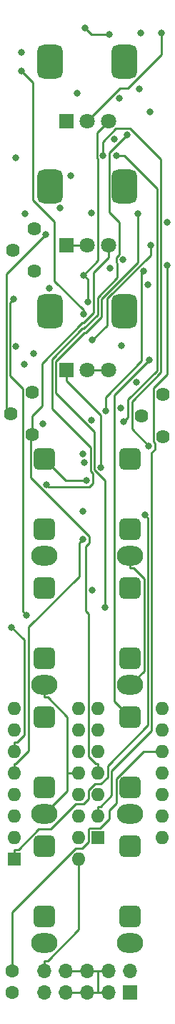
<source format=gbr>
%TF.GenerationSoftware,KiCad,Pcbnew,7.0.1*%
%TF.CreationDate,2023-06-11T21:55:06-04:00*%
%TF.ProjectId,as3340_no_mux,61733333-3430-45f6-9e6f-5f6d75782e6b,rev?*%
%TF.SameCoordinates,Original*%
%TF.FileFunction,Copper,L2,Inr*%
%TF.FilePolarity,Positive*%
%FSLAX46Y46*%
G04 Gerber Fmt 4.6, Leading zero omitted, Abs format (unit mm)*
G04 Created by KiCad (PCBNEW 7.0.1) date 2023-06-11 21:55:06*
%MOMM*%
%LPD*%
G01*
G04 APERTURE LIST*
G04 Aperture macros list*
%AMRoundRect*
0 Rectangle with rounded corners*
0 $1 Rounding radius*
0 $2 $3 $4 $5 $6 $7 $8 $9 X,Y pos of 4 corners*
0 Add a 4 corners polygon primitive as box body*
4,1,4,$2,$3,$4,$5,$6,$7,$8,$9,$2,$3,0*
0 Add four circle primitives for the rounded corners*
1,1,$1+$1,$2,$3*
1,1,$1+$1,$4,$5*
1,1,$1+$1,$6,$7*
1,1,$1+$1,$8,$9*
0 Add four rect primitives between the rounded corners*
20,1,$1+$1,$2,$3,$4,$5,0*
20,1,$1+$1,$4,$5,$6,$7,0*
20,1,$1+$1,$6,$7,$8,$9,0*
20,1,$1+$1,$8,$9,$2,$3,0*%
G04 Aperture macros list end*
%TA.AperFunction,ComponentPad*%
%ADD10R,1.800000X1.800000*%
%TD*%
%TA.AperFunction,ComponentPad*%
%ADD11C,1.800000*%
%TD*%
%TA.AperFunction,ComponentPad*%
%ADD12RoundRect,0.750000X0.750000X-1.250000X0.750000X1.250000X-0.750000X1.250000X-0.750000X-1.250000X0*%
%TD*%
%TA.AperFunction,ComponentPad*%
%ADD13C,1.620000*%
%TD*%
%TA.AperFunction,ComponentPad*%
%ADD14O,3.100000X2.300000*%
%TD*%
%TA.AperFunction,ComponentPad*%
%ADD15RoundRect,0.650000X-0.650000X-0.650000X0.650000X-0.650000X0.650000X0.650000X-0.650000X0.650000X0*%
%TD*%
%TA.AperFunction,ComponentPad*%
%ADD16C,1.600000*%
%TD*%
%TA.AperFunction,ComponentPad*%
%ADD17R,1.600000X1.600000*%
%TD*%
%TA.AperFunction,ComponentPad*%
%ADD18O,1.600000X1.600000*%
%TD*%
%TA.AperFunction,ComponentPad*%
%ADD19R,1.700000X1.700000*%
%TD*%
%TA.AperFunction,ComponentPad*%
%ADD20O,1.700000X1.700000*%
%TD*%
%TA.AperFunction,ViaPad*%
%ADD21C,0.800000*%
%TD*%
%TA.AperFunction,Conductor*%
%ADD22C,0.250000*%
%TD*%
G04 APERTURE END LIST*
D10*
%TO.N,Net-(R38-Pad1)*%
%TO.C,RV9*%
X185460000Y-73106000D03*
D11*
%TO.N,Net-(U2-VEE)*%
X187960000Y-73106000D03*
X190460000Y-73106000D03*
D12*
%TO.N,N/C*%
X183560000Y-66106000D03*
X192360000Y-66106000D03*
%TD*%
D10*
%TO.N,Net-(R4-Pad1)*%
%TO.C,RV7*%
X185460000Y-58374000D03*
D11*
X187960000Y-58374000D03*
%TO.N,+15V*%
X190460000Y-58374000D03*
D12*
%TO.N,N/C*%
X183560000Y-51374000D03*
X192360000Y-51374000D03*
%TD*%
D10*
%TO.N,Net-(U2-VHFT)*%
%TO.C,RV5*%
X185460000Y-43688000D03*
D11*
%TO.N,Net-(R17-Pad2)*%
X187960000Y-43688000D03*
%TO.N,GND*%
X190460000Y-43688000D03*
D12*
%TO.N,N/C*%
X183560000Y-36688000D03*
X192360000Y-36688000D03*
%TD*%
D13*
%TO.N,-15V*%
%TO.C,SineBiasTrim1*%
X181411000Y-75732000D03*
%TO.N,Net-(R55-Pad2)*%
X178911000Y-78232000D03*
%TO.N,+15V*%
X181411000Y-80732000D03*
%TD*%
D14*
%TO.N,GND*%
%TO.C,J15*%
X193040000Y-140716000D03*
D15*
%TO.N,Net-(J15-PadR)*%
X193040000Y-129316000D03*
%TO.N,N/C*%
X193040000Y-137616000D03*
%TD*%
%TO.N,N/C*%
%TO.C,J1*%
X182880000Y-122376000D03*
%TO.N,Net-(J25-Pin_1)*%
X182880000Y-114076000D03*
D14*
%TO.N,GND*%
X182880000Y-125476000D03*
%TD*%
%TO.N,GND*%
%TO.C,J5*%
X182880000Y-140716000D03*
D15*
%TO.N,Net-(J29-Pin_1)*%
X182880000Y-129316000D03*
%TO.N,N/C*%
X182880000Y-137616000D03*
%TD*%
D16*
%TO.N,GND*%
%TO.C,D1*%
X179070000Y-146538000D03*
%TO.N,Net-(D1-A)*%
X179070000Y-144038000D03*
%TD*%
D14*
%TO.N,GND*%
%TO.C,J2*%
X182880000Y-94996000D03*
D15*
%TO.N,Net-(J2-PadR)*%
X182880000Y-83596000D03*
%TO.N,N/C*%
X182880000Y-91896000D03*
%TD*%
D13*
%TO.N,Net-(R36-Pad1)*%
%TO.C,SineLevelTrim1*%
X196905000Y-75986000D03*
X194405000Y-78486000D03*
%TO.N,+15V*%
X196905000Y-80986000D03*
%TD*%
D14*
%TO.N,GND*%
%TO.C,J12*%
X193040000Y-94996000D03*
D15*
%TO.N,Net-(J12-PadR)*%
X193040000Y-83596000D03*
%TO.N,N/C*%
X193040000Y-91896000D03*
%TD*%
D13*
%TO.N,Net-(R64-Pad2)*%
%TO.C,SineShapeTrim1*%
X181665000Y-56428000D03*
%TO.N,Net-(R54-Pad2)*%
X179165000Y-58928000D03*
X181665000Y-61428000D03*
%TD*%
D14*
%TO.N,GND*%
%TO.C,J13*%
X193040000Y-110236000D03*
D15*
%TO.N,Net-(J13-PadR)*%
X193040000Y-98836000D03*
%TO.N,N/C*%
X193040000Y-107136000D03*
%TD*%
D14*
%TO.N,GND*%
%TO.C,J4*%
X182880000Y-110236000D03*
D15*
%TO.N,Net-(C1-Pad2)*%
X182880000Y-98836000D03*
%TO.N,N/C*%
X182880000Y-107136000D03*
%TD*%
D14*
%TO.N,GND*%
%TO.C,J14*%
X193040000Y-125476000D03*
D15*
%TO.N,Net-(J14-PadR)*%
X193040000Y-114076000D03*
%TO.N,N/C*%
X193040000Y-122376000D03*
%TD*%
D17*
%TO.N,Net-(U4A--)*%
%TO.C,U4*%
X189230000Y-128270000D03*
D18*
X189230000Y-125730000D03*
%TO.N,Net-(U4A-+)*%
X189230000Y-123190000D03*
%TO.N,+15V*%
X189230000Y-120650000D03*
%TO.N,Net-(J23-Pin_1)*%
X189230000Y-118110000D03*
%TO.N,Net-(U4B--)*%
X189230000Y-115570000D03*
%TO.N,Net-(R64-Pad2)*%
X189230000Y-113030000D03*
%TO.N,Net-(U4C--)*%
X196850000Y-113030000D03*
X196850000Y-115570000D03*
%TO.N,Net-(D1-A)*%
X196850000Y-118110000D03*
%TO.N,-15V*%
X196850000Y-120650000D03*
%TO.N,Net-(J23-Pin_5)*%
X196850000Y-123190000D03*
%TO.N,Net-(U4D--)*%
X196850000Y-125730000D03*
X196850000Y-128270000D03*
%TD*%
D19*
%TO.N,-15V*%
%TO.C,J11*%
X193035000Y-146563000D03*
D20*
X193035000Y-144023000D03*
%TO.N,GND*%
X190495000Y-146563000D03*
X190495000Y-144023000D03*
X187955000Y-146563000D03*
X187955000Y-144023000D03*
X185415000Y-146563000D03*
X185415000Y-144023000D03*
%TO.N,+15V*%
X182875000Y-146563000D03*
X182875000Y-144023000D03*
%TD*%
D17*
%TO.N,Net-(U2-SCALE1)*%
%TO.C,U2*%
X179324000Y-130810000D03*
D18*
%TO.N,Net-(U2-SCALE2)*%
X179324000Y-128270000D03*
%TO.N,Net-(U2-VEE)*%
X179324000Y-125730000D03*
%TO.N,Net-(J22-Pin_4)*%
X179324000Y-123190000D03*
%TO.N,Net-(U2-VPWM)*%
X179324000Y-120650000D03*
%TO.N,Net-(U2-VHSI)*%
X179324000Y-118110000D03*
%TO.N,Net-(U2-VHFT)*%
X179324000Y-115570000D03*
%TO.N,Net-(J22-Pin_5)*%
X179324000Y-113030000D03*
%TO.N,Net-(U2-VSSI)*%
X186944000Y-113030000D03*
%TO.N,Net-(J22-Pin_1)*%
X186944000Y-115570000D03*
%TO.N,Net-(U2-CAP)*%
X186944000Y-118110000D03*
%TO.N,GND*%
X186944000Y-120650000D03*
%TO.N,Net-(U2-VLFI)*%
X186944000Y-123190000D03*
%TO.N,Net-(U2-VS)*%
X186944000Y-125730000D03*
%TO.N,Net-(U2-VFCI)*%
X186944000Y-128270000D03*
%TO.N,+15V*%
X186944000Y-130810000D03*
%TD*%
D21*
%TO.N,Net-(U4A--)*%
X197387700Y-60715000D03*
%TO.N,Net-(U4D--)*%
X193765800Y-74497400D03*
%TO.N,Net-(U4C--)*%
X195209700Y-82011000D03*
X189814900Y-47725600D03*
%TO.N,Net-(R64-Pad2)*%
X191967400Y-70186100D03*
%TO.N,Net-(U4B--)*%
X180765900Y-102030800D03*
X179177000Y-64728400D03*
%TO.N,Net-(R55-Pad2)*%
X183034900Y-57057800D03*
%TO.N,Net-(U1A-+)*%
X183457200Y-63392400D03*
X188435600Y-54575800D03*
%TO.N,Net-(U2-VS)*%
X187441500Y-82965300D03*
%TO.N,Net-(U2-VPWM)*%
X187413200Y-93023900D03*
X180511100Y-72415300D03*
%TO.N,Net-(U2-SCALE2)*%
X184688500Y-53977500D03*
%TO.N,Net-(U2-VEE)*%
X192135000Y-60073000D03*
%TO.N,Net-(U2-SCALE1)*%
X194783900Y-90210100D03*
%TO.N,Net-(R38-Pad1)*%
X189522000Y-84555500D03*
%TO.N,Net-(R36-Pad2)*%
X182673000Y-79428300D03*
X185946900Y-50130000D03*
%TO.N,Net-(R36-Pad1)*%
X191131300Y-45824200D03*
%TO.N,Net-(R17-Pad2)*%
X196710400Y-33296800D03*
%TO.N,Net-(U2-VFCI)*%
X187621000Y-84021900D03*
X190686200Y-61060900D03*
X194137100Y-39924100D03*
%TO.N,Net-(U2-VLFI)*%
X190084300Y-101072000D03*
X193969400Y-54624900D03*
X190531700Y-33417400D03*
X187694500Y-32677600D03*
%TO.N,Net-(R4-Pad1)*%
X181625400Y-71103400D03*
%TO.N,Net-(U4A-+)*%
X195410000Y-42562600D03*
%TO.N,Net-(R3-Pad1)*%
X192278000Y-79183900D03*
X191405300Y-47759300D03*
%TO.N,Net-(R1-Pad2)*%
X188468000Y-78991900D03*
X186779100Y-40390700D03*
%TO.N,Net-(J15-PadR)*%
X187413200Y-89731300D03*
X180556300Y-54593600D03*
%TO.N,Net-(J14-PadR)*%
X195328300Y-71882000D03*
%TO.N,Net-(J13-PadR)*%
X195098500Y-62959900D03*
%TO.N,+15V*%
X191723400Y-41019600D03*
%TO.N,-15V*%
X188524900Y-99100900D03*
X179465000Y-48006000D03*
%TO.N,Net-(J29-Pin_1)*%
X179511800Y-70308300D03*
%TO.N,Net-(J2-PadR)*%
X187833500Y-86114100D03*
%TO.N,Net-(C9-Pad1)*%
X180176600Y-37780600D03*
X187482000Y-66494800D03*
%TO.N,Net-(U2-VHSI)*%
X178973000Y-103451600D03*
X180178900Y-35603900D03*
%TO.N,Net-(U2-VSSI)*%
X190105700Y-77891700D03*
X194666800Y-61363600D03*
%TO.N,Net-(C2-Pad2)*%
X192675000Y-45308200D03*
X183137600Y-86661800D03*
%TO.N,GND*%
X187532900Y-61864400D03*
X188000800Y-65044100D03*
X191945800Y-77539200D03*
%TO.N,Net-(C1-Pad2)*%
X188559400Y-69554500D03*
X195460000Y-58331300D03*
%TO.N,Net-(C1-Pad1)*%
X197440200Y-55603500D03*
X194248500Y-33251400D03*
%TD*%
D22*
%TO.N,Net-(U4A--)*%
X197387700Y-73578200D02*
X197387700Y-60715000D01*
X195769600Y-75196300D02*
X197387700Y-73578200D01*
X195769600Y-81500700D02*
X195769600Y-75196300D01*
X195950200Y-81681300D02*
X195769600Y-81500700D01*
X195950200Y-82477900D02*
X195950200Y-81681300D01*
X195593000Y-82835100D02*
X195950200Y-82477900D01*
X195593000Y-115624900D02*
X195593000Y-82835100D01*
X190805700Y-120412200D02*
X195593000Y-115624900D01*
X190805700Y-123310300D02*
X190805700Y-120412200D01*
X189511300Y-124604700D02*
X190805700Y-123310300D01*
X189230000Y-124604700D02*
X189511300Y-124604700D01*
X189230000Y-125730000D02*
X189230000Y-124604700D01*
%TO.N,Net-(U4C--)*%
X193236000Y-80037300D02*
X195209700Y-82011000D01*
X193236000Y-76774700D02*
X193236000Y-80037300D01*
X196645400Y-73365300D02*
X193236000Y-76774700D01*
X196645400Y-48198200D02*
X196645400Y-73365300D01*
X193018100Y-44570900D02*
X196645400Y-48198200D01*
X191358800Y-44570900D02*
X193018100Y-44570900D01*
X189814900Y-46114800D02*
X191358800Y-44570900D01*
X189814900Y-47725600D02*
X189814900Y-46114800D01*
%TO.N,Net-(U4B--)*%
X178780400Y-65125000D02*
X179177000Y-64728400D01*
X178780400Y-73786500D02*
X178780400Y-65125000D01*
X180275600Y-75281700D02*
X178780400Y-73786500D01*
X180275600Y-101540500D02*
X180275600Y-75281700D01*
X180765900Y-102030800D02*
X180275600Y-101540500D01*
%TO.N,Net-(R55-Pad2)*%
X178329300Y-61763400D02*
X183034900Y-57057800D01*
X178329300Y-77650300D02*
X178329300Y-61763400D01*
X178911000Y-78232000D02*
X178329300Y-77650300D01*
%TO.N,Net-(U2-VPWM)*%
X179324000Y-120650000D02*
X179324000Y-119524700D01*
X186962800Y-93474300D02*
X187413200Y-93023900D01*
X186962800Y-97428800D02*
X186962800Y-93474300D01*
X180973000Y-103418600D02*
X186962800Y-97428800D01*
X180973000Y-118055900D02*
X180973000Y-103418600D01*
X179504200Y-119524700D02*
X180973000Y-118055900D01*
X179324000Y-119524700D02*
X179504200Y-119524700D01*
%TO.N,Net-(U2-VEE)*%
X190460000Y-73106000D02*
X187960000Y-73106000D01*
%TO.N,Net-(U2-SCALE1)*%
X179324000Y-130810000D02*
X179324000Y-129684700D01*
X179825300Y-129684700D02*
X179324000Y-129684700D01*
X182208600Y-127301400D02*
X179825300Y-129684700D01*
X183589400Y-127301400D02*
X182208600Y-127301400D01*
X186575400Y-124315400D02*
X183589400Y-127301400D01*
X187488400Y-124315400D02*
X186575400Y-124315400D01*
X188069400Y-123734400D02*
X187488400Y-124315400D01*
X188069400Y-122690800D02*
X188069400Y-123734400D01*
X188840200Y-121920000D02*
X188069400Y-122690800D01*
X189568200Y-121920000D02*
X188840200Y-121920000D01*
X190355300Y-121132900D02*
X189568200Y-121920000D01*
X190355300Y-119806400D02*
X190355300Y-121132900D01*
X195142600Y-115019100D02*
X190355300Y-119806400D01*
X195142600Y-90568800D02*
X195142600Y-115019100D01*
X194783900Y-90210100D02*
X195142600Y-90568800D01*
%TO.N,Net-(R38-Pad1)*%
X185460000Y-73106000D02*
X185460000Y-74331300D01*
X189522000Y-78393300D02*
X189522000Y-84555500D01*
X185460000Y-74331300D02*
X189522000Y-78393300D01*
%TO.N,Net-(R17-Pad2)*%
X196710400Y-35855200D02*
X196710400Y-33296800D01*
X192751100Y-39814500D02*
X196710400Y-35855200D01*
X191833500Y-39814500D02*
X192751100Y-39814500D01*
X187960000Y-43688000D02*
X191833500Y-39814500D01*
%TO.N,Net-(U2-VLFI)*%
X188434300Y-33417400D02*
X190531700Y-33417400D01*
X187694500Y-32677600D02*
X188434300Y-33417400D01*
X190084300Y-86143500D02*
X190084300Y-101072000D01*
X188796700Y-84855900D02*
X190084300Y-86143500D01*
X188796700Y-80357200D02*
X188796700Y-84855900D01*
X184234700Y-75795200D02*
X188796700Y-80357200D01*
X184234700Y-72031600D02*
X184234700Y-75795200D01*
X187579800Y-68686500D02*
X184234700Y-72031600D01*
X187729400Y-68686500D02*
X187579800Y-68686500D01*
X189631200Y-66784700D02*
X187729400Y-68686500D01*
X189631200Y-64680100D02*
X189631200Y-66784700D01*
X193969400Y-60341900D02*
X189631200Y-64680100D01*
X193969400Y-54624900D02*
X193969400Y-60341900D01*
%TO.N,Net-(R4-Pad1)*%
X187960000Y-58374000D02*
X185460000Y-58374000D01*
%TO.N,Net-(R3-Pad1)*%
X192785600Y-78676300D02*
X192278000Y-79183900D01*
X192785600Y-76588200D02*
X192785600Y-78676300D01*
X196195100Y-73178700D02*
X192785600Y-76588200D01*
X196195100Y-51617300D02*
X196195100Y-73178700D01*
X192337100Y-47759300D02*
X196195100Y-51617300D01*
X191405300Y-47759300D02*
X192337100Y-47759300D01*
%TO.N,Net-(J14-PadR)*%
X191154000Y-76056300D02*
X195328300Y-71882000D01*
X191154000Y-112190000D02*
X191154000Y-76056300D01*
X193040000Y-114076000D02*
X191154000Y-112190000D01*
%TO.N,+15V*%
X182875000Y-144023000D02*
X182875000Y-142847700D01*
X183242300Y-142847700D02*
X182875000Y-142847700D01*
X186944000Y-139146000D02*
X183242300Y-142847700D01*
X186944000Y-130810000D02*
X186944000Y-139146000D01*
X189230000Y-120650000D02*
X189230000Y-119524700D01*
X181247500Y-80895500D02*
X181411000Y-80732000D01*
X181247500Y-85797800D02*
X181247500Y-80895500D01*
X188157500Y-92707800D02*
X181247500Y-85797800D01*
X188157500Y-93505100D02*
X188157500Y-92707800D01*
X187776100Y-93886500D02*
X188157500Y-93505100D01*
X187776100Y-101554300D02*
X187776100Y-93886500D01*
X188104700Y-101882900D02*
X187776100Y-101554300D01*
X188104700Y-118680800D02*
X188104700Y-101882900D01*
X188948600Y-119524700D02*
X188104700Y-118680800D01*
X189230000Y-119524700D02*
X188948600Y-119524700D01*
X181411000Y-78474600D02*
X181411000Y-80732000D01*
X182569700Y-77315900D02*
X181411000Y-78474600D01*
X182569700Y-72283200D02*
X182569700Y-77315900D01*
X187359700Y-67493200D02*
X182569700Y-72283200D01*
X187532500Y-67493200D02*
X187359700Y-67493200D01*
X188730600Y-66295100D02*
X187532500Y-67493200D01*
X188730600Y-61536100D02*
X188730600Y-66295100D01*
X190460000Y-59806700D02*
X188730600Y-61536100D01*
X190460000Y-58374000D02*
X190460000Y-59806700D01*
%TO.N,Net-(J2-PadR)*%
X185398100Y-86114100D02*
X182880000Y-83596000D01*
X187833500Y-86114100D02*
X185398100Y-86114100D01*
%TO.N,Net-(D1-A)*%
X194614700Y-118110000D02*
X196850000Y-118110000D01*
X191412100Y-121312600D02*
X194614700Y-118110000D01*
X191412100Y-124221200D02*
X191412100Y-121312600D01*
X190542000Y-125091300D02*
X191412100Y-124221200D01*
X190542000Y-126084900D02*
X190542000Y-125091300D01*
X189482300Y-127144600D02*
X190542000Y-126084900D01*
X188259300Y-127144600D02*
X189482300Y-127144600D01*
X188104600Y-127299300D02*
X188259300Y-127144600D01*
X188104600Y-128747200D02*
X188104600Y-127299300D01*
X187311800Y-129540000D02*
X188104600Y-128747200D01*
X186616200Y-129540000D02*
X187311800Y-129540000D01*
X179070000Y-137086200D02*
X186616200Y-129540000D01*
X179070000Y-144038000D02*
X179070000Y-137086200D01*
%TO.N,Net-(C9-Pad1)*%
X181513400Y-39117400D02*
X180176600Y-37780600D01*
X181513400Y-53008300D02*
X181513400Y-39117400D01*
X184028700Y-55523600D02*
X181513400Y-53008300D01*
X184028700Y-62550900D02*
X184028700Y-55523600D01*
X187482000Y-66004200D02*
X184028700Y-62550900D01*
X187482000Y-66494800D02*
X187482000Y-66004200D01*
%TO.N,Net-(U2-VHSI)*%
X180449400Y-104928000D02*
X178973000Y-103451600D01*
X180449400Y-116140600D02*
X180449400Y-104928000D01*
X179605300Y-116984700D02*
X180449400Y-116140600D01*
X179324000Y-116984700D02*
X179605300Y-116984700D01*
X179324000Y-118110000D02*
X179324000Y-116984700D01*
%TO.N,Net-(U2-VSSI)*%
X194373200Y-61657200D02*
X194666800Y-61363600D01*
X194373200Y-72011100D02*
X194373200Y-61657200D01*
X190105700Y-76278600D02*
X194373200Y-72011100D01*
X190105700Y-77891700D02*
X190105700Y-76278600D01*
%TO.N,Net-(C2-Pad2)*%
X183343400Y-86867600D02*
X183137600Y-86661800D01*
X188162400Y-86867600D02*
X183343400Y-86867600D01*
X188587900Y-86442100D02*
X188162400Y-86867600D01*
X188587900Y-85284000D02*
X188587900Y-86442100D01*
X188346400Y-85042500D02*
X188587900Y-85284000D01*
X188346400Y-82185700D02*
X188346400Y-85042500D01*
X183768100Y-77607400D02*
X188346400Y-82185700D01*
X183768100Y-71781000D02*
X183768100Y-77607400D01*
X187362700Y-68186400D02*
X183768100Y-71781000D01*
X187548300Y-68186400D02*
X187362700Y-68186400D01*
X189180900Y-66553800D02*
X187548300Y-68186400D01*
X189180900Y-64493500D02*
X189180900Y-66553800D01*
X191489600Y-62184800D02*
X189180900Y-64493500D01*
X191489600Y-60453300D02*
X191489600Y-62184800D01*
X191409700Y-60373400D02*
X191489600Y-60453300D01*
X191409700Y-59772600D02*
X191409700Y-60373400D01*
X191729200Y-59453100D02*
X191409700Y-59772600D01*
X191729200Y-55643900D02*
X191729200Y-59453100D01*
X190529500Y-54444200D02*
X191729200Y-55643900D01*
X190529500Y-48036800D02*
X190529500Y-54444200D01*
X190540200Y-48026100D02*
X190529500Y-48036800D01*
X190540200Y-47443000D02*
X190540200Y-48026100D01*
X192675000Y-45308200D02*
X190540200Y-47443000D01*
%TO.N,GND*%
X185415000Y-144023000D02*
X187955000Y-144023000D01*
X185415000Y-146563000D02*
X187955000Y-146563000D01*
X193408800Y-96471300D02*
X193040000Y-96471300D01*
X194673300Y-97735800D02*
X193408800Y-96471300D01*
X194673300Y-108602700D02*
X194673300Y-97735800D01*
X193040000Y-110236000D02*
X194673300Y-108602700D01*
X193040000Y-94996000D02*
X193040000Y-96471300D01*
X188000800Y-62332300D02*
X188000800Y-65044100D01*
X187532900Y-61864400D02*
X188000800Y-62332300D01*
X189089600Y-45058400D02*
X190460000Y-43688000D01*
X189089600Y-48026000D02*
X189089600Y-45058400D01*
X189234600Y-48171000D02*
X189089600Y-48026000D01*
X189234600Y-60162700D02*
X189234600Y-48171000D01*
X187532900Y-61864400D02*
X189234600Y-60162700D01*
X189225000Y-144023000D02*
X189225000Y-146563000D01*
X187955000Y-144023000D02*
X189225000Y-144023000D01*
X189225000Y-144023000D02*
X190495000Y-144023000D01*
X187955000Y-146563000D02*
X189225000Y-146563000D01*
X189225000Y-146563000D02*
X190495000Y-146563000D01*
X182880000Y-110236000D02*
X182880000Y-111711300D01*
X186944000Y-120650000D02*
X185818700Y-120650000D01*
X185818700Y-120650000D02*
X185568000Y-120650000D01*
X185568000Y-114030500D02*
X185568000Y-120650000D01*
X183248800Y-111711300D02*
X185568000Y-114030500D01*
X182880000Y-111711300D02*
X183248800Y-111711300D01*
X185568000Y-122788000D02*
X182880000Y-125476000D01*
X185568000Y-120650000D02*
X185568000Y-122788000D01*
%TO.N,Net-(C1-Pad2)*%
X195460000Y-59488200D02*
X195460000Y-58331300D01*
X190306600Y-64641600D02*
X195460000Y-59488200D01*
X190306600Y-67807300D02*
X190306600Y-64641600D01*
X188559400Y-69554500D02*
X190306600Y-67807300D01*
%TD*%
M02*

</source>
